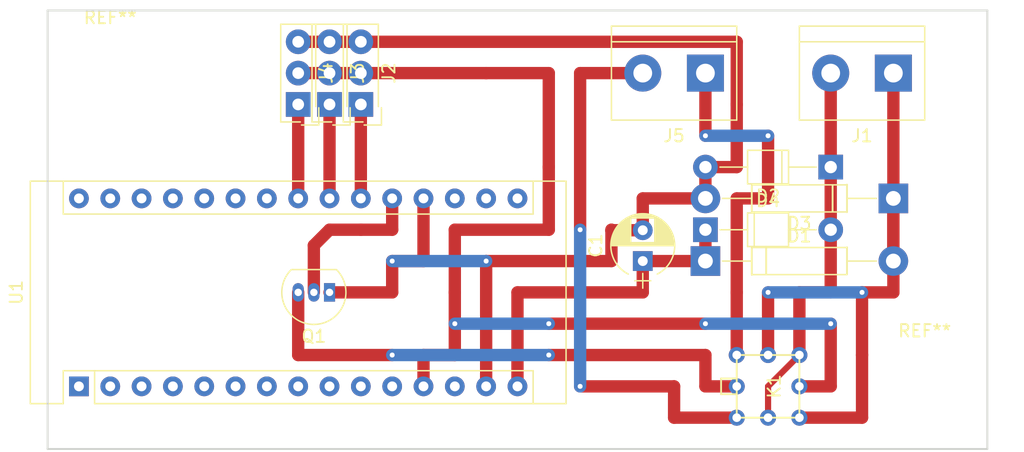
<source format=kicad_pcb>
(kicad_pcb (version 4) (host pcbnew 4.0.7)

  (general
    (links 30)
    (no_connects 0)
    (area 121.844999 73.584999 198.195001 109.295001)
    (thickness 1.6)
    (drawings 4)
    (tracks 100)
    (zones 0)
    (modules 15)
    (nets 35)
  )

  (page A4)
  (title_block
    (title "Pcb Boucle de retournement")
    (date 2018-09-11)
    (rev 1)
    (company VoLAB)
    (comment 1 "Le Petit Train du VoLAB")
  )

  (layers
    (0 F.Cu signal)
    (1 In1.Cu signal)
    (2 In2.Cu signal)
    (31 B.Cu signal)
    (33 F.Adhes user)
    (35 F.Paste user)
    (37 F.SilkS user)
    (39 F.Mask user)
    (40 Dwgs.User user)
    (41 Cmts.User user)
    (42 Eco1.User user)
    (43 Eco2.User user)
    (44 Edge.Cuts user)
    (45 Margin user)
    (47 F.CrtYd user)
    (49 F.Fab user)
  )

  (setup
    (last_trace_width 1)
    (trace_clearance 0.2)
    (zone_clearance 0.508)
    (zone_45_only no)
    (trace_min 0.2)
    (segment_width 0.2)
    (edge_width 0.15)
    (via_size 0.6)
    (via_drill 0.4)
    (via_min_size 0.4)
    (via_min_drill 0.3)
    (uvia_size 0.3)
    (uvia_drill 0.1)
    (uvias_allowed no)
    (uvia_min_size 0.2)
    (uvia_min_drill 0.1)
    (pcb_text_width 0.3)
    (pcb_text_size 1.5 1.5)
    (mod_edge_width 0.15)
    (mod_text_size 1 1)
    (mod_text_width 0.15)
    (pad_size 1.524 1.524)
    (pad_drill 0.762)
    (pad_to_mask_clearance 0.2)
    (aux_axis_origin 0 0)
    (visible_elements 7FFFFFFF)
    (pcbplotparams
      (layerselection 0x00030_80000001)
      (usegerberextensions false)
      (excludeedgelayer true)
      (linewidth 0.100000)
      (plotframeref false)
      (viasonmask false)
      (mode 1)
      (useauxorigin false)
      (hpglpennumber 1)
      (hpglpenspeed 20)
      (hpglpendiameter 15)
      (hpglpenoverlay 2)
      (psnegative false)
      (psa4output false)
      (plotreference true)
      (plotvalue true)
      (plotinvisibletext false)
      (padsonsilk false)
      (subtractmaskfromsilk false)
      (outputformat 1)
      (mirror false)
      (drillshape 1)
      (scaleselection 1)
      (outputdirectory ""))
  )

  (net 0 "")
  (net 1 "Net-(C1-Pad1)")
  (net 2 GND)
  (net 3 /CAPTEUR3)
  (net 4 +5V)
  (net 5 /CAPTEUR2)
  (net 6 /CAPTEUR1)
  (net 7 "Net-(K1-Pad8)")
  (net 8 /CDE_REL)
  (net 9 "Net-(U1-Pad1)")
  (net 10 "Net-(U1-Pad17)")
  (net 11 "Net-(U1-Pad2)")
  (net 12 "Net-(U1-Pad18)")
  (net 13 "Net-(U1-Pad3)")
  (net 14 "Net-(U1-Pad4)")
  (net 15 "Net-(U1-Pad5)")
  (net 16 "Net-(U1-Pad6)")
  (net 17 "Net-(U1-Pad7)")
  (net 18 "Net-(U1-Pad8)")
  (net 19 "Net-(U1-Pad24)")
  (net 20 "Net-(U1-Pad9)")
  (net 21 "Net-(U1-Pad25)")
  (net 22 "Net-(U1-Pad10)")
  (net 23 "Net-(U1-Pad26)")
  (net 24 "Net-(U1-Pad11)")
  (net 25 "Net-(U1-Pad27)")
  (net 26 "Net-(U1-Pad28)")
  (net 27 "Net-(U1-Pad13)")
  (net 28 "Net-(U1-Pad29)")
  (net 29 "Net-(U1-Pad30)")
  (net 30 "Net-(U1-Pad16)")
  (net 31 /RAIL1_MAIN)
  (net 32 /RAIL2_MAIN)
  (net 33 /RAIL1_LOOP)
  (net 34 /RAIL2_LOOP)

  (net_class Default "Ceci est la Netclass par défaut"
    (clearance 0.2)
    (trace_width 1)
    (via_dia 0.6)
    (via_drill 0.4)
    (uvia_dia 0.3)
    (uvia_drill 0.1)
    (add_net +5V)
    (add_net /CAPTEUR1)
    (add_net /CAPTEUR2)
    (add_net /CAPTEUR3)
    (add_net /CDE_REL)
    (add_net /RAIL1_LOOP)
    (add_net /RAIL1_MAIN)
    (add_net /RAIL2_LOOP)
    (add_net GND)
    (add_net "Net-(C1-Pad1)")
    (add_net "Net-(K1-Pad8)")
    (add_net "Net-(U1-Pad1)")
    (add_net "Net-(U1-Pad10)")
    (add_net "Net-(U1-Pad11)")
    (add_net "Net-(U1-Pad13)")
    (add_net "Net-(U1-Pad16)")
    (add_net "Net-(U1-Pad17)")
    (add_net "Net-(U1-Pad18)")
    (add_net "Net-(U1-Pad2)")
    (add_net "Net-(U1-Pad24)")
    (add_net "Net-(U1-Pad25)")
    (add_net "Net-(U1-Pad26)")
    (add_net "Net-(U1-Pad27)")
    (add_net "Net-(U1-Pad28)")
    (add_net "Net-(U1-Pad29)")
    (add_net "Net-(U1-Pad3)")
    (add_net "Net-(U1-Pad30)")
    (add_net "Net-(U1-Pad4)")
    (add_net "Net-(U1-Pad5)")
    (add_net "Net-(U1-Pad6)")
    (add_net "Net-(U1-Pad7)")
    (add_net "Net-(U1-Pad8)")
    (add_net "Net-(U1-Pad9)")
  )

  (net_class zero5 ""
    (clearance 0.2)
    (trace_width 0.5)
    (via_dia 0.6)
    (via_drill 0.4)
    (uvia_dia 0.3)
    (uvia_drill 0.1)
    (add_net /RAIL2_MAIN)
  )

  (module myPcbLib:Arduino_Nano (layer F.Cu) (tedit 58ACAF70) (tstamp 5B8EE4D5)
    (at 124.46 104.14 90)
    (descr "Arduino Nano, http://www.mouser.com/pdfdocs/Gravitech_Arduino_Nano3_0.pdf")
    (tags "Arduino Nano")
    (path /5B8E93BC)
    (fp_text reference U1 (at 7.62 -5.08 90) (layer F.SilkS)
      (effects (font (size 1 1) (thickness 0.15)))
    )
    (fp_text value Arduino_Nano_R3 (at 8.89 19.05 180) (layer F.Fab)
      (effects (font (size 1 1) (thickness 0.15)))
    )
    (fp_text user %R (at 6.35 19.05 180) (layer F.Fab)
      (effects (font (size 1 1) (thickness 0.15)))
    )
    (fp_line (start 1.27 1.27) (end 1.27 -1.27) (layer F.SilkS) (width 0.12))
    (fp_line (start 1.27 -1.27) (end -1.4 -1.27) (layer F.SilkS) (width 0.12))
    (fp_line (start -1.4 1.27) (end -1.4 39.5) (layer F.SilkS) (width 0.12))
    (fp_line (start -1.4 -3.94) (end -1.4 -1.27) (layer F.SilkS) (width 0.12))
    (fp_line (start 13.97 -1.27) (end 16.64 -1.27) (layer F.SilkS) (width 0.12))
    (fp_line (start 13.97 -1.27) (end 13.97 36.83) (layer F.SilkS) (width 0.12))
    (fp_line (start 13.97 36.83) (end 16.64 36.83) (layer F.SilkS) (width 0.12))
    (fp_line (start 1.27 1.27) (end -1.4 1.27) (layer F.SilkS) (width 0.12))
    (fp_line (start 1.27 1.27) (end 1.27 36.83) (layer F.SilkS) (width 0.12))
    (fp_line (start 1.27 36.83) (end -1.4 36.83) (layer F.SilkS) (width 0.12))
    (fp_line (start 3.81 -6.35) (end 11.43 -6.35) (layer F.Fab) (width 0.1))
    (fp_line (start 11.43 -6.35) (end 11.43 3.81) (layer F.Fab) (width 0.1))
    (fp_line (start 11.43 3.81) (end 3.81 3.81) (layer F.Fab) (width 0.1))
    (fp_line (start 3.81 3.81) (end 3.81 -6.35) (layer F.Fab) (width 0.1))
    (fp_line (start -1.4 39.5) (end 16.64 39.5) (layer F.SilkS) (width 0.12))
    (fp_line (start 16.64 39.5) (end 16.64 -3.94) (layer F.SilkS) (width 0.12))
    (fp_line (start 16.64 -3.94) (end -1.4 -3.94) (layer F.SilkS) (width 0.12))
    (fp_line (start 16.51 39.37) (end -1.27 39.37) (layer F.Fab) (width 0.1))
    (fp_line (start -1.27 39.37) (end -1.27 -2.54) (layer F.Fab) (width 0.1))
    (fp_line (start -1.27 -2.54) (end 0 -3.81) (layer F.Fab) (width 0.1))
    (fp_line (start 0 -3.81) (end 16.51 -3.81) (layer F.Fab) (width 0.1))
    (fp_line (start 16.51 -3.81) (end 16.51 39.37) (layer F.Fab) (width 0.1))
    (fp_line (start -1.53 -4.06) (end 16.75 -4.06) (layer F.CrtYd) (width 0.05))
    (fp_line (start -1.53 -4.06) (end -1.53 42.16) (layer F.CrtYd) (width 0.05))
    (fp_line (start 16.75 42.16) (end 16.75 -4.06) (layer F.CrtYd) (width 0.05))
    (fp_line (start 16.75 42.16) (end -1.53 42.16) (layer F.CrtYd) (width 0.05))
    (pad 1 thru_hole rect (at 0 0 90) (size 1.6 1.6) (drill 0.8) (layers *.Cu *.Mask)
      (net 9 "Net-(U1-Pad1)"))
    (pad 17 thru_hole oval (at 15.24 33.02 90) (size 1.6 1.6) (drill 0.8) (layers *.Cu *.Mask)
      (net 10 "Net-(U1-Pad17)"))
    (pad 2 thru_hole oval (at 0 2.54 90) (size 1.6 1.6) (drill 0.8) (layers *.Cu *.Mask)
      (net 11 "Net-(U1-Pad2)"))
    (pad 18 thru_hole oval (at 15.24 30.48 90) (size 1.6 1.6) (drill 0.8) (layers *.Cu *.Mask)
      (net 12 "Net-(U1-Pad18)"))
    (pad 3 thru_hole oval (at 0 5.08 90) (size 1.6 1.6) (drill 0.8) (layers *.Cu *.Mask)
      (net 13 "Net-(U1-Pad3)"))
    (pad 19 thru_hole oval (at 15.24 27.94 90) (size 1.6 1.6) (drill 0.8) (layers *.Cu *.Mask)
      (net 2 GND))
    (pad 4 thru_hole oval (at 0 7.62 90) (size 1.6 1.6) (drill 0.8) (layers *.Cu *.Mask)
      (net 14 "Net-(U1-Pad4)"))
    (pad 20 thru_hole oval (at 15.24 25.4 90) (size 1.6 1.6) (drill 0.8) (layers *.Cu *.Mask)
      (net 8 /CDE_REL))
    (pad 5 thru_hole oval (at 0 10.16 90) (size 1.6 1.6) (drill 0.8) (layers *.Cu *.Mask)
      (net 15 "Net-(U1-Pad5)"))
    (pad 21 thru_hole oval (at 15.24 22.86 90) (size 1.6 1.6) (drill 0.8) (layers *.Cu *.Mask)
      (net 3 /CAPTEUR3))
    (pad 6 thru_hole oval (at 0 12.7 90) (size 1.6 1.6) (drill 0.8) (layers *.Cu *.Mask)
      (net 16 "Net-(U1-Pad6)"))
    (pad 22 thru_hole oval (at 15.24 20.32 90) (size 1.6 1.6) (drill 0.8) (layers *.Cu *.Mask)
      (net 5 /CAPTEUR2))
    (pad 7 thru_hole oval (at 0 15.24 90) (size 1.6 1.6) (drill 0.8) (layers *.Cu *.Mask)
      (net 17 "Net-(U1-Pad7)"))
    (pad 23 thru_hole oval (at 15.24 17.78 90) (size 1.6 1.6) (drill 0.8) (layers *.Cu *.Mask)
      (net 6 /CAPTEUR1))
    (pad 8 thru_hole oval (at 0 17.78 90) (size 1.6 1.6) (drill 0.8) (layers *.Cu *.Mask)
      (net 18 "Net-(U1-Pad8)"))
    (pad 24 thru_hole oval (at 15.24 15.24 90) (size 1.6 1.6) (drill 0.8) (layers *.Cu *.Mask)
      (net 19 "Net-(U1-Pad24)"))
    (pad 9 thru_hole oval (at 0 20.32 90) (size 1.6 1.6) (drill 0.8) (layers *.Cu *.Mask)
      (net 20 "Net-(U1-Pad9)"))
    (pad 25 thru_hole oval (at 15.24 12.7 90) (size 1.6 1.6) (drill 0.8) (layers *.Cu *.Mask)
      (net 21 "Net-(U1-Pad25)"))
    (pad 10 thru_hole oval (at 0 22.86 90) (size 1.6 1.6) (drill 0.8) (layers *.Cu *.Mask)
      (net 22 "Net-(U1-Pad10)"))
    (pad 26 thru_hole oval (at 15.24 10.16 90) (size 1.6 1.6) (drill 0.8) (layers *.Cu *.Mask)
      (net 23 "Net-(U1-Pad26)"))
    (pad 11 thru_hole oval (at 0 25.4 90) (size 1.6 1.6) (drill 0.8) (layers *.Cu *.Mask)
      (net 24 "Net-(U1-Pad11)"))
    (pad 27 thru_hole oval (at 15.24 7.62 90) (size 1.6 1.6) (drill 0.8) (layers *.Cu *.Mask)
      (net 25 "Net-(U1-Pad27)"))
    (pad 12 thru_hole oval (at 0 27.94 90) (size 1.6 1.6) (drill 0.8) (layers *.Cu *.Mask)
      (net 4 +5V))
    (pad 28 thru_hole oval (at 15.24 5.08 90) (size 1.6 1.6) (drill 0.8) (layers *.Cu *.Mask)
      (net 26 "Net-(U1-Pad28)"))
    (pad 13 thru_hole oval (at 0 30.48 90) (size 1.6 1.6) (drill 0.8) (layers *.Cu *.Mask)
      (net 27 "Net-(U1-Pad13)"))
    (pad 29 thru_hole oval (at 15.24 2.54 90) (size 1.6 1.6) (drill 0.8) (layers *.Cu *.Mask)
      (net 28 "Net-(U1-Pad29)"))
    (pad 14 thru_hole oval (at 0 33.02 90) (size 1.6 1.6) (drill 0.8) (layers *.Cu *.Mask)
      (net 2 GND))
    (pad 30 thru_hole oval (at 15.24 0 90) (size 1.6 1.6) (drill 0.8) (layers *.Cu *.Mask)
      (net 29 "Net-(U1-Pad30)"))
    (pad 15 thru_hole oval (at 0 35.56 90) (size 1.6 1.6) (drill 0.8) (layers *.Cu *.Mask)
      (net 1 "Net-(C1-Pad1)"))
    (pad 16 thru_hole oval (at 15.24 35.56 90) (size 1.6 1.6) (drill 0.8) (layers *.Cu *.Mask)
      (net 30 "Net-(U1-Pad16)"))
  )

  (module Diodes_THT:D_T-1_P10.16mm_Horizontal (layer F.Cu) (tedit 5921392F) (tstamp 5B8EE479)
    (at 185.42 86.36 180)
    (descr "D, T-1 series, Axial, Horizontal, pin pitch=10.16mm, , length*diameter=3.2*2.6mm^2, , http://www.diodes.com/_files/packages/T-1.pdf")
    (tags "D T-1 series Axial Horizontal pin pitch 10.16mm  length 3.2mm diameter 2.6mm")
    (path /5B8E9636)
    (fp_text reference D2 (at 5.08 -2.36 180) (layer F.SilkS)
      (effects (font (size 1 1) (thickness 0.15)))
    )
    (fp_text value D (at 5.08 2.36 180) (layer F.Fab)
      (effects (font (size 1 1) (thickness 0.15)))
    )
    (fp_text user %R (at 5.08 0 180) (layer F.Fab)
      (effects (font (size 1 1) (thickness 0.15)))
    )
    (fp_line (start 3.48 -1.3) (end 3.48 1.3) (layer F.Fab) (width 0.1))
    (fp_line (start 3.48 1.3) (end 6.68 1.3) (layer F.Fab) (width 0.1))
    (fp_line (start 6.68 1.3) (end 6.68 -1.3) (layer F.Fab) (width 0.1))
    (fp_line (start 6.68 -1.3) (end 3.48 -1.3) (layer F.Fab) (width 0.1))
    (fp_line (start 0 0) (end 3.48 0) (layer F.Fab) (width 0.1))
    (fp_line (start 10.16 0) (end 6.68 0) (layer F.Fab) (width 0.1))
    (fp_line (start 3.96 -1.3) (end 3.96 1.3) (layer F.Fab) (width 0.1))
    (fp_line (start 3.42 -1.36) (end 3.42 1.36) (layer F.SilkS) (width 0.12))
    (fp_line (start 3.42 1.36) (end 6.74 1.36) (layer F.SilkS) (width 0.12))
    (fp_line (start 6.74 1.36) (end 6.74 -1.36) (layer F.SilkS) (width 0.12))
    (fp_line (start 6.74 -1.36) (end 3.42 -1.36) (layer F.SilkS) (width 0.12))
    (fp_line (start 1.18 0) (end 3.42 0) (layer F.SilkS) (width 0.12))
    (fp_line (start 8.98 0) (end 6.74 0) (layer F.SilkS) (width 0.12))
    (fp_line (start 3.96 -1.36) (end 3.96 1.36) (layer F.SilkS) (width 0.12))
    (fp_line (start -1.25 -1.65) (end -1.25 1.65) (layer F.CrtYd) (width 0.05))
    (fp_line (start -1.25 1.65) (end 11.45 1.65) (layer F.CrtYd) (width 0.05))
    (fp_line (start 11.45 1.65) (end 11.45 -1.65) (layer F.CrtYd) (width 0.05))
    (fp_line (start 11.45 -1.65) (end -1.25 -1.65) (layer F.CrtYd) (width 0.05))
    (pad 1 thru_hole rect (at 0 0 180) (size 2 2) (drill 1) (layers *.Cu *.Mask)
      (net 32 /RAIL2_MAIN))
    (pad 2 thru_hole oval (at 10.16 0 180) (size 2 2) (drill 1) (layers *.Cu *.Mask)
      (net 2 GND))
    (model ${KISYS3DMOD}/Diodes_THT.3dshapes/D_T-1_P10.16mm_Horizontal.wrl
      (at (xyz 0 0 0))
      (scale (xyz 0.393701 0.393701 0.393701))
      (rotate (xyz 0 0 0))
    )
  )

  (module Diodes_THT:D_T-1_P10.16mm_Horizontal (layer F.Cu) (tedit 5921392F) (tstamp 5B8EE485)
    (at 175.26 91.44)
    (descr "D, T-1 series, Axial, Horizontal, pin pitch=10.16mm, , length*diameter=3.2*2.6mm^2, , http://www.diodes.com/_files/packages/T-1.pdf")
    (tags "D T-1 series Axial Horizontal pin pitch 10.16mm  length 3.2mm diameter 2.6mm")
    (path /5B8E96CB)
    (fp_text reference D4 (at 5.08 -2.36) (layer F.SilkS)
      (effects (font (size 1 1) (thickness 0.15)))
    )
    (fp_text value D (at 5.08 2.36) (layer F.Fab)
      (effects (font (size 1 1) (thickness 0.15)))
    )
    (fp_text user %R (at 5.08 0) (layer F.Fab)
      (effects (font (size 1 1) (thickness 0.15)))
    )
    (fp_line (start 3.48 -1.3) (end 3.48 1.3) (layer F.Fab) (width 0.1))
    (fp_line (start 3.48 1.3) (end 6.68 1.3) (layer F.Fab) (width 0.1))
    (fp_line (start 6.68 1.3) (end 6.68 -1.3) (layer F.Fab) (width 0.1))
    (fp_line (start 6.68 -1.3) (end 3.48 -1.3) (layer F.Fab) (width 0.1))
    (fp_line (start 0 0) (end 3.48 0) (layer F.Fab) (width 0.1))
    (fp_line (start 10.16 0) (end 6.68 0) (layer F.Fab) (width 0.1))
    (fp_line (start 3.96 -1.3) (end 3.96 1.3) (layer F.Fab) (width 0.1))
    (fp_line (start 3.42 -1.36) (end 3.42 1.36) (layer F.SilkS) (width 0.12))
    (fp_line (start 3.42 1.36) (end 6.74 1.36) (layer F.SilkS) (width 0.12))
    (fp_line (start 6.74 1.36) (end 6.74 -1.36) (layer F.SilkS) (width 0.12))
    (fp_line (start 6.74 -1.36) (end 3.42 -1.36) (layer F.SilkS) (width 0.12))
    (fp_line (start 1.18 0) (end 3.42 0) (layer F.SilkS) (width 0.12))
    (fp_line (start 8.98 0) (end 6.74 0) (layer F.SilkS) (width 0.12))
    (fp_line (start 3.96 -1.36) (end 3.96 1.36) (layer F.SilkS) (width 0.12))
    (fp_line (start -1.25 -1.65) (end -1.25 1.65) (layer F.CrtYd) (width 0.05))
    (fp_line (start -1.25 1.65) (end 11.45 1.65) (layer F.CrtYd) (width 0.05))
    (fp_line (start 11.45 1.65) (end 11.45 -1.65) (layer F.CrtYd) (width 0.05))
    (fp_line (start 11.45 -1.65) (end -1.25 -1.65) (layer F.CrtYd) (width 0.05))
    (pad 1 thru_hole rect (at 0 0) (size 2 2) (drill 1) (layers *.Cu *.Mask)
      (net 1 "Net-(C1-Pad1)"))
    (pad 2 thru_hole oval (at 10.16 0) (size 2 2) (drill 1) (layers *.Cu *.Mask)
      (net 32 /RAIL2_MAIN))
    (model ${KISYS3DMOD}/Diodes_THT.3dshapes/D_T-1_P10.16mm_Horizontal.wrl
      (at (xyz 0 0 0))
      (scale (xyz 0.393701 0.393701 0.393701))
      (rotate (xyz 0 0 0))
    )
  )

  (module Connect:bornier2 (layer F.Cu) (tedit 587FD522) (tstamp 5B8EE48B)
    (at 190.5 78.74 180)
    (descr "Bornier d'alimentation 2 pins")
    (tags DEV)
    (path /5B8E94B0)
    (fp_text reference J1 (at 2.54 -5.08 180) (layer F.SilkS)
      (effects (font (size 1 1) (thickness 0.15)))
    )
    (fp_text value Conn_01x02 (at 2.54 5.08 180) (layer F.Fab)
      (effects (font (size 1 1) (thickness 0.15)))
    )
    (fp_line (start -2.41 2.55) (end 7.49 2.55) (layer F.Fab) (width 0.1))
    (fp_line (start -2.46 -3.75) (end -2.46 3.75) (layer F.Fab) (width 0.1))
    (fp_line (start -2.46 3.75) (end 7.54 3.75) (layer F.Fab) (width 0.1))
    (fp_line (start 7.54 3.75) (end 7.54 -3.75) (layer F.Fab) (width 0.1))
    (fp_line (start 7.54 -3.75) (end -2.46 -3.75) (layer F.Fab) (width 0.1))
    (fp_line (start 7.62 2.54) (end -2.54 2.54) (layer F.SilkS) (width 0.12))
    (fp_line (start 7.62 3.81) (end 7.62 -3.81) (layer F.SilkS) (width 0.12))
    (fp_line (start 7.62 -3.81) (end -2.54 -3.81) (layer F.SilkS) (width 0.12))
    (fp_line (start -2.54 -3.81) (end -2.54 3.81) (layer F.SilkS) (width 0.12))
    (fp_line (start -2.54 3.81) (end 7.62 3.81) (layer F.SilkS) (width 0.12))
    (fp_line (start -2.71 -4) (end 7.79 -4) (layer F.CrtYd) (width 0.05))
    (fp_line (start -2.71 -4) (end -2.71 4) (layer F.CrtYd) (width 0.05))
    (fp_line (start 7.79 4) (end 7.79 -4) (layer F.CrtYd) (width 0.05))
    (fp_line (start 7.79 4) (end -2.71 4) (layer F.CrtYd) (width 0.05))
    (pad 1 thru_hole rect (at 0 0 180) (size 3 3) (drill 1.52) (layers *.Cu *.Mask)
      (net 31 /RAIL1_MAIN))
    (pad 2 thru_hole circle (at 5.08 0 180) (size 3 3) (drill 1.52) (layers *.Cu *.Mask)
      (net 32 /RAIL2_MAIN))
    (model ${KISYS3DMOD}/Connectors.3dshapes/bornier2.wrl
      (at (xyz 0 0 0))
      (scale (xyz 1 1 1))
      (rotate (xyz 0 0 0))
    )
  )

  (module Connectors_Samtec:SL-103-X-XX_1x03 (layer F.Cu) (tedit 590274D5) (tstamp 5B8EE492)
    (at 147.32 81.28 180)
    (descr "Low profile, screw machine socket strip, through hole, 100mil / 2.54mm pitch")
    (tags "samtec socket strip tht single")
    (path /5B8E99BA)
    (fp_text reference J2 (at -2.27 2.54 270) (layer F.SilkS)
      (effects (font (size 1 1) (thickness 0.15)))
    )
    (fp_text value Conn_01x03 (at 2.27 2.54 270) (layer F.Fab)
      (effects (font (size 1 1) (thickness 0.15)))
    )
    (fp_line (start -0.17 -1.42) (end 1.42 -1.42) (layer F.SilkS) (width 0.12))
    (fp_line (start 1.42 -1.42) (end 1.42 6.5) (layer F.SilkS) (width 0.12))
    (fp_line (start 1.42 6.5) (end -1.42 6.5) (layer F.SilkS) (width 0.12))
    (fp_line (start -1.42 6.5) (end -1.42 -0.17) (layer F.SilkS) (width 0.12))
    (fp_line (start -0.27 -1.67) (end -1.67 -1.67) (layer F.SilkS) (width 0.12))
    (fp_line (start -1.67 -1.67) (end -1.67 -0.27) (layer F.SilkS) (width 0.12))
    (fp_line (start -0.27 -1.67) (end -1.67 -1.67) (layer F.Fab) (width 0.1))
    (fp_line (start -1.67 -1.67) (end -1.67 -0.27) (layer F.Fab) (width 0.1))
    (fp_line (start -1.27 -1.27) (end -1.27 6.35) (layer F.Fab) (width 0.1))
    (fp_line (start -1.27 6.35) (end 1.27 6.35) (layer F.Fab) (width 0.1))
    (fp_line (start 1.27 6.35) (end 1.27 -1.27) (layer F.Fab) (width 0.1))
    (fp_line (start 1.27 -1.27) (end -1.27 -1.27) (layer F.Fab) (width 0.1))
    (fp_line (start -1.77 -1.77) (end -1.77 6.85) (layer F.CrtYd) (width 0.05))
    (fp_line (start -1.77 6.85) (end 1.77 6.85) (layer F.CrtYd) (width 0.05))
    (fp_line (start 1.77 6.85) (end 1.77 -1.77) (layer F.CrtYd) (width 0.05))
    (fp_line (start 1.77 -1.77) (end -1.77 -1.77) (layer F.CrtYd) (width 0.05))
    (fp_line (start -1.27 1.27) (end -1.07 1.27) (layer F.Fab) (width 0.1))
    (fp_line (start 1.27 1.27) (end 1.07 1.27) (layer F.Fab) (width 0.1))
    (fp_line (start -1.27 3.81) (end -1.07 3.81) (layer F.Fab) (width 0.1))
    (fp_line (start 1.27 3.81) (end 1.07 3.81) (layer F.Fab) (width 0.1))
    (fp_line (start -1.27 6.35) (end -1.07 6.35) (layer F.Fab) (width 0.1))
    (fp_line (start 1.27 6.35) (end 1.07 6.35) (layer F.Fab) (width 0.1))
    (fp_text user %R (at 0 2.54 270) (layer F.Fab)
      (effects (font (size 1 1) (thickness 0.15)))
    )
    (pad 1 thru_hole rect (at 0 0 180) (size 2 2) (drill 0.95) (layers *.Cu *.Mask)
      (net 3 /CAPTEUR3))
    (pad 2 thru_hole circle (at 0 2.54 180) (size 2 2) (drill 0.95) (layers *.Cu *.Mask)
      (net 4 +5V))
    (pad 3 thru_hole circle (at 0 5.08 180) (size 2 2) (drill 0.95) (layers *.Cu *.Mask)
      (net 2 GND))
    (model ${KISYS3DMOD}/Connectors_Samtec.3dshapes/SL-103-X-XX_1x03.wrl
      (at (xyz 0 0 0))
      (scale (xyz 1 1 1))
      (rotate (xyz 0 0 0))
    )
  )

  (module Connectors_Samtec:SL-103-X-XX_1x03 (layer F.Cu) (tedit 590274D5) (tstamp 5B8EE499)
    (at 144.78 81.28 180)
    (descr "Low profile, screw machine socket strip, through hole, 100mil / 2.54mm pitch")
    (tags "samtec socket strip tht single")
    (path /5B8E9A23)
    (fp_text reference J3 (at -2.27 2.54 270) (layer F.SilkS)
      (effects (font (size 1 1) (thickness 0.15)))
    )
    (fp_text value Conn_01x03 (at 2.27 2.54 270) (layer F.Fab)
      (effects (font (size 1 1) (thickness 0.15)))
    )
    (fp_line (start -0.17 -1.42) (end 1.42 -1.42) (layer F.SilkS) (width 0.12))
    (fp_line (start 1.42 -1.42) (end 1.42 6.5) (layer F.SilkS) (width 0.12))
    (fp_line (start 1.42 6.5) (end -1.42 6.5) (layer F.SilkS) (width 0.12))
    (fp_line (start -1.42 6.5) (end -1.42 -0.17) (layer F.SilkS) (width 0.12))
    (fp_line (start -0.27 -1.67) (end -1.67 -1.67) (layer F.SilkS) (width 0.12))
    (fp_line (start -1.67 -1.67) (end -1.67 -0.27) (layer F.SilkS) (width 0.12))
    (fp_line (start -0.27 -1.67) (end -1.67 -1.67) (layer F.Fab) (width 0.1))
    (fp_line (start -1.67 -1.67) (end -1.67 -0.27) (layer F.Fab) (width 0.1))
    (fp_line (start -1.27 -1.27) (end -1.27 6.35) (layer F.Fab) (width 0.1))
    (fp_line (start -1.27 6.35) (end 1.27 6.35) (layer F.Fab) (width 0.1))
    (fp_line (start 1.27 6.35) (end 1.27 -1.27) (layer F.Fab) (width 0.1))
    (fp_line (start 1.27 -1.27) (end -1.27 -1.27) (layer F.Fab) (width 0.1))
    (fp_line (start -1.77 -1.77) (end -1.77 6.85) (layer F.CrtYd) (width 0.05))
    (fp_line (start -1.77 6.85) (end 1.77 6.85) (layer F.CrtYd) (width 0.05))
    (fp_line (start 1.77 6.85) (end 1.77 -1.77) (layer F.CrtYd) (width 0.05))
    (fp_line (start 1.77 -1.77) (end -1.77 -1.77) (layer F.CrtYd) (width 0.05))
    (fp_line (start -1.27 1.27) (end -1.07 1.27) (layer F.Fab) (width 0.1))
    (fp_line (start 1.27 1.27) (end 1.07 1.27) (layer F.Fab) (width 0.1))
    (fp_line (start -1.27 3.81) (end -1.07 3.81) (layer F.Fab) (width 0.1))
    (fp_line (start 1.27 3.81) (end 1.07 3.81) (layer F.Fab) (width 0.1))
    (fp_line (start -1.27 6.35) (end -1.07 6.35) (layer F.Fab) (width 0.1))
    (fp_line (start 1.27 6.35) (end 1.07 6.35) (layer F.Fab) (width 0.1))
    (fp_text user %R (at 0 2.54 270) (layer F.Fab)
      (effects (font (size 1 1) (thickness 0.15)))
    )
    (pad 1 thru_hole rect (at 0 0 180) (size 2 2) (drill 0.95) (layers *.Cu *.Mask)
      (net 5 /CAPTEUR2))
    (pad 2 thru_hole circle (at 0 2.54 180) (size 2 2) (drill 0.95) (layers *.Cu *.Mask)
      (net 4 +5V))
    (pad 3 thru_hole circle (at 0 5.08 180) (size 2 2) (drill 0.95) (layers *.Cu *.Mask)
      (net 2 GND))
    (model ${KISYS3DMOD}/Connectors_Samtec.3dshapes/SL-103-X-XX_1x03.wrl
      (at (xyz 0 0 0))
      (scale (xyz 1 1 1))
      (rotate (xyz 0 0 0))
    )
  )

  (module Connectors_Samtec:SL-103-X-XX_1x03 (layer F.Cu) (tedit 590274D5) (tstamp 5B8EE4A0)
    (at 142.24 81.28 180)
    (descr "Low profile, screw machine socket strip, through hole, 100mil / 2.54mm pitch")
    (tags "samtec socket strip tht single")
    (path /5B8E9A69)
    (fp_text reference J4 (at -2.27 2.54 270) (layer F.SilkS)
      (effects (font (size 1 1) (thickness 0.15)))
    )
    (fp_text value Conn_01x03 (at 2.27 2.54 270) (layer F.Fab)
      (effects (font (size 1 1) (thickness 0.15)))
    )
    (fp_line (start -0.17 -1.42) (end 1.42 -1.42) (layer F.SilkS) (width 0.12))
    (fp_line (start 1.42 -1.42) (end 1.42 6.5) (layer F.SilkS) (width 0.12))
    (fp_line (start 1.42 6.5) (end -1.42 6.5) (layer F.SilkS) (width 0.12))
    (fp_line (start -1.42 6.5) (end -1.42 -0.17) (layer F.SilkS) (width 0.12))
    (fp_line (start -0.27 -1.67) (end -1.67 -1.67) (layer F.SilkS) (width 0.12))
    (fp_line (start -1.67 -1.67) (end -1.67 -0.27) (layer F.SilkS) (width 0.12))
    (fp_line (start -0.27 -1.67) (end -1.67 -1.67) (layer F.Fab) (width 0.1))
    (fp_line (start -1.67 -1.67) (end -1.67 -0.27) (layer F.Fab) (width 0.1))
    (fp_line (start -1.27 -1.27) (end -1.27 6.35) (layer F.Fab) (width 0.1))
    (fp_line (start -1.27 6.35) (end 1.27 6.35) (layer F.Fab) (width 0.1))
    (fp_line (start 1.27 6.35) (end 1.27 -1.27) (layer F.Fab) (width 0.1))
    (fp_line (start 1.27 -1.27) (end -1.27 -1.27) (layer F.Fab) (width 0.1))
    (fp_line (start -1.77 -1.77) (end -1.77 6.85) (layer F.CrtYd) (width 0.05))
    (fp_line (start -1.77 6.85) (end 1.77 6.85) (layer F.CrtYd) (width 0.05))
    (fp_line (start 1.77 6.85) (end 1.77 -1.77) (layer F.CrtYd) (width 0.05))
    (fp_line (start 1.77 -1.77) (end -1.77 -1.77) (layer F.CrtYd) (width 0.05))
    (fp_line (start -1.27 1.27) (end -1.07 1.27) (layer F.Fab) (width 0.1))
    (fp_line (start 1.27 1.27) (end 1.07 1.27) (layer F.Fab) (width 0.1))
    (fp_line (start -1.27 3.81) (end -1.07 3.81) (layer F.Fab) (width 0.1))
    (fp_line (start 1.27 3.81) (end 1.07 3.81) (layer F.Fab) (width 0.1))
    (fp_line (start -1.27 6.35) (end -1.07 6.35) (layer F.Fab) (width 0.1))
    (fp_line (start 1.27 6.35) (end 1.07 6.35) (layer F.Fab) (width 0.1))
    (fp_text user %R (at 0 2.54 270) (layer F.Fab)
      (effects (font (size 1 1) (thickness 0.15)))
    )
    (pad 1 thru_hole rect (at 0 0 180) (size 2 2) (drill 0.95) (layers *.Cu *.Mask)
      (net 6 /CAPTEUR1))
    (pad 2 thru_hole circle (at 0 2.54 180) (size 2 2) (drill 0.95) (layers *.Cu *.Mask)
      (net 4 +5V))
    (pad 3 thru_hole circle (at 0 5.08 180) (size 2 2) (drill 0.95) (layers *.Cu *.Mask)
      (net 2 GND))
    (model ${KISYS3DMOD}/Connectors_Samtec.3dshapes/SL-103-X-XX_1x03.wrl
      (at (xyz 0 0 0))
      (scale (xyz 1 1 1))
      (rotate (xyz 0 0 0))
    )
  )

  (module TO_SOT_Packages_THT:TO-92_Inline_Narrow_Oval (layer F.Cu) (tedit 58CE52AF) (tstamp 5B8EE4B3)
    (at 144.78 96.52 180)
    (descr "TO-92 leads in-line, narrow, oval pads, drill 0.6mm (see NXP sot054_po.pdf)")
    (tags "to-92 sc-43 sc-43a sot54 PA33 transistor")
    (path /5B8EAB9A)
    (fp_text reference Q1 (at 1.27 -3.56 180) (layer F.SilkS)
      (effects (font (size 1 1) (thickness 0.15)))
    )
    (fp_text value 2N7000 (at 1.27 2.79 180) (layer F.Fab)
      (effects (font (size 1 1) (thickness 0.15)))
    )
    (fp_text user %R (at 1.27 -3.56 180) (layer F.Fab)
      (effects (font (size 1 1) (thickness 0.15)))
    )
    (fp_line (start -0.53 1.85) (end 3.07 1.85) (layer F.SilkS) (width 0.12))
    (fp_line (start -0.5 1.75) (end 3 1.75) (layer F.Fab) (width 0.1))
    (fp_line (start -1.46 -2.73) (end 4 -2.73) (layer F.CrtYd) (width 0.05))
    (fp_line (start -1.46 -2.73) (end -1.46 2.01) (layer F.CrtYd) (width 0.05))
    (fp_line (start 4 2.01) (end 4 -2.73) (layer F.CrtYd) (width 0.05))
    (fp_line (start 4 2.01) (end -1.46 2.01) (layer F.CrtYd) (width 0.05))
    (fp_arc (start 1.27 0) (end 1.27 -2.48) (angle 135) (layer F.Fab) (width 0.1))
    (fp_arc (start 1.27 0) (end 1.27 -2.6) (angle -135) (layer F.SilkS) (width 0.12))
    (fp_arc (start 1.27 0) (end 1.27 -2.48) (angle -135) (layer F.Fab) (width 0.1))
    (fp_arc (start 1.27 0) (end 1.27 -2.6) (angle 135) (layer F.SilkS) (width 0.12))
    (pad 2 thru_hole oval (at 1.27 0) (size 0.9 1.5) (drill 0.6) (layers *.Cu *.Mask)
      (net 8 /CDE_REL))
    (pad 3 thru_hole oval (at 2.54 0) (size 0.9 1.5) (drill 0.6) (layers *.Cu *.Mask)
      (net 7 "Net-(K1-Pad8)"))
    (pad 1 thru_hole rect (at 0 0) (size 0.9 1.5) (drill 0.6) (layers *.Cu *.Mask)
      (net 2 GND))
    (model ${KISYS3DMOD}/TO_SOT_Packages_THT.3dshapes/TO-92_Inline_Narrow_Oval.wrl
      (at (xyz 0.05 0 0))
      (scale (xyz 1 1 1))
      (rotate (xyz 0 0 -90))
    )
  )

  (module Mounting_Holes:MountingHole_3.5mm (layer F.Cu) (tedit 56D1B4CB) (tstamp 5B8EE5C7)
    (at 193.04 104.14)
    (descr "Mounting Hole 3.5mm, no annular")
    (tags "mounting hole 3.5mm no annular")
    (fp_text reference REF** (at 0 -4.5) (layer F.SilkS)
      (effects (font (size 1 1) (thickness 0.15)))
    )
    (fp_text value MountingHole_3.5mm (at 0 4.5) (layer F.Fab)
      (effects (font (size 1 1) (thickness 0.15)))
    )
    (fp_circle (center 0 0) (end 3.5 0) (layer Cmts.User) (width 0.15))
    (fp_circle (center 0 0) (end 3.75 0) (layer F.CrtYd) (width 0.05))
    (pad 1 np_thru_hole circle (at 0 0) (size 3.5 3.5) (drill 3.5) (layers *.Cu *.Mask))
  )

  (module Mounting_Holes:MountingHole_3.5mm (layer F.Cu) (tedit 56D1B4CB) (tstamp 5B8EE5C8)
    (at 127 78.74)
    (descr "Mounting Hole 3.5mm, no annular")
    (tags "mounting hole 3.5mm no annular")
    (fp_text reference REF** (at 0 -4.5) (layer F.SilkS)
      (effects (font (size 1 1) (thickness 0.15)))
    )
    (fp_text value MountingHole_3.5mm (at 0 4.5) (layer F.Fab)
      (effects (font (size 1 1) (thickness 0.15)))
    )
    (fp_circle (center 0 0) (end 3.5 0) (layer Cmts.User) (width 0.15))
    (fp_circle (center 0 0) (end 3.75 0) (layer F.CrtYd) (width 0.05))
    (pad 1 np_thru_hole circle (at 0 0) (size 3.5 3.5) (drill 3.5) (layers *.Cu *.Mask))
  )

  (module Connect:bornier2 (layer F.Cu) (tedit 587FD522) (tstamp 5B8F93B7)
    (at 175.26 78.74 180)
    (descr "Bornier d'alimentation 2 pins")
    (tags DEV)
    (path /5B8F8B6C)
    (fp_text reference J5 (at 2.54 -5.08 180) (layer F.SilkS)
      (effects (font (size 1 1) (thickness 0.15)))
    )
    (fp_text value Conn_01x02 (at 2.54 5.08 180) (layer F.Fab)
      (effects (font (size 1 1) (thickness 0.15)))
    )
    (fp_line (start -2.41 2.55) (end 7.49 2.55) (layer F.Fab) (width 0.1))
    (fp_line (start -2.46 -3.75) (end -2.46 3.75) (layer F.Fab) (width 0.1))
    (fp_line (start -2.46 3.75) (end 7.54 3.75) (layer F.Fab) (width 0.1))
    (fp_line (start 7.54 3.75) (end 7.54 -3.75) (layer F.Fab) (width 0.1))
    (fp_line (start 7.54 -3.75) (end -2.46 -3.75) (layer F.Fab) (width 0.1))
    (fp_line (start 7.62 2.54) (end -2.54 2.54) (layer F.SilkS) (width 0.12))
    (fp_line (start 7.62 3.81) (end 7.62 -3.81) (layer F.SilkS) (width 0.12))
    (fp_line (start 7.62 -3.81) (end -2.54 -3.81) (layer F.SilkS) (width 0.12))
    (fp_line (start -2.54 -3.81) (end -2.54 3.81) (layer F.SilkS) (width 0.12))
    (fp_line (start -2.54 3.81) (end 7.62 3.81) (layer F.SilkS) (width 0.12))
    (fp_line (start -2.71 -4) (end 7.79 -4) (layer F.CrtYd) (width 0.05))
    (fp_line (start -2.71 -4) (end -2.71 4) (layer F.CrtYd) (width 0.05))
    (fp_line (start 7.79 4) (end 7.79 -4) (layer F.CrtYd) (width 0.05))
    (fp_line (start 7.79 4) (end -2.71 4) (layer F.CrtYd) (width 0.05))
    (pad 1 thru_hole rect (at 0 0 180) (size 3 3) (drill 1.52) (layers *.Cu *.Mask)
      (net 33 /RAIL1_LOOP))
    (pad 2 thru_hole circle (at 5.08 0 180) (size 3 3) (drill 1.52) (layers *.Cu *.Mask)
      (net 34 /RAIL2_LOOP))
    (model ${KISYS3DMOD}/Connectors.3dshapes/bornier2.wrl
      (at (xyz 0 0 0))
      (scale (xyz 1 1 1))
      (rotate (xyz 0 0 0))
    )
  )

  (module myPcbLib:1N4004_P15.24mm_Horizontal (layer F.Cu) (tedit 5B8FA1C4) (tstamp 5B8FA1DA)
    (at 190.5 88.9 180)
    (descr "D, DO-15 series, Axial, Horizontal, pin pitch=15.24mm, , length*diameter=7.6*3.6mm^2, , http://www.diodes.com/_files/packages/DO-15.pdf")
    (tags "D DO-15 series Axial Horizontal pin pitch 15.24mm  length 7.6mm diameter 3.6mm")
    (path /5B8E9674)
    (fp_text reference D3 (at 7.62 -2.032 180) (layer F.SilkS)
      (effects (font (size 1 1) (thickness 0.15)))
    )
    (fp_text value D (at 7.62 2.032 180) (layer F.Fab)
      (effects (font (size 1 1) (thickness 0.15)))
    )
    (fp_line (start 4.9276 -1.0668) (end 4.9276 1.0668) (layer F.SilkS) (width 0.15))
    (fp_line (start 3.7592 -1.1176) (end 3.7592 1.1176) (layer F.SilkS) (width 0.15))
    (fp_line (start 11.4808 -1.1176) (end 11.4808 1.0668) (layer F.SilkS) (width 0.15))
    (fp_line (start -1.27 -1.27) (end 16.256 -1.27) (layer F.CrtYd) (width 0.05))
    (fp_line (start 16.256 -1.27) (end 16.256 1.27) (layer F.CrtYd) (width 0.05))
    (fp_line (start 16.256 1.27) (end -1.27 1.27) (layer F.CrtYd) (width 0.05))
    (fp_line (start -1.27 1.27) (end -1.27 -1.27) (layer F.CrtYd) (width 0.05))
    (fp_line (start 4.826 -1.016) (end 4.826 1.016) (layer F.Fab) (width 0.15))
    (fp_line (start 11.43 -1.016) (end 11.43 1.016) (layer F.Fab) (width 0.15))
    (fp_line (start 3.81 -1.016) (end 3.81 1.016) (layer F.Fab) (width 0.15))
    (fp_text user %R (at 7.62 0 180) (layer F.Fab)
      (effects (font (size 1 1) (thickness 0.15)))
    )
    (fp_line (start 3.82 1.038) (end 11.42 1.038) (layer F.Fab) (width 0.1))
    (fp_line (start 11.42 -1.038) (end 3.82 -1.038) (layer F.Fab) (width 0.1))
    (fp_line (start 0 0) (end 3.82 0) (layer F.Fab) (width 0.1))
    (fp_line (start 15.24 0) (end 11.42 0) (layer F.Fab) (width 0.1))
    (fp_line (start 3.76 1.098) (end 11.48 1.098) (layer F.SilkS) (width 0.12))
    (fp_line (start 11.48 -1.098) (end 3.76 -1.098) (layer F.SilkS) (width 0.12))
    (fp_line (start 1.38 0) (end 3.76 0) (layer F.SilkS) (width 0.12))
    (fp_line (start 13.86 0) (end 11.48 0) (layer F.SilkS) (width 0.12))
    (pad 1 thru_hole rect (at 0 0 180) (size 2.4 2.4) (drill 1.2) (layers *.Cu *.Mask)
      (net 31 /RAIL1_MAIN))
    (pad 2 thru_hole oval (at 15.24 0 180) (size 2.4 2.4) (drill 1.2) (layers *.Cu *.Mask)
      (net 2 GND))
    (model ${KISYS3DMOD}/Diodes_THT.3dshapes/D_DO-15_P15.24mm_Horizontal.wrl
      (at (xyz 0 0 0))
      (scale (xyz 0.393701 0.393701 0.393701))
      (rotate (xyz 0 0 0))
    )
  )

  (module myPcbLib:1N4004_P15.24mm_Horizontal (layer F.Cu) (tedit 5B8FA1C4) (tstamp 5B8FA1CE)
    (at 175.26 93.98)
    (descr "D, DO-15 series, Axial, Horizontal, pin pitch=15.24mm, , length*diameter=7.6*3.6mm^2, , http://www.diodes.com/_files/packages/DO-15.pdf")
    (tags "D DO-15 series Axial Horizontal pin pitch 15.24mm  length 7.6mm diameter 3.6mm")
    (path /5B8E95B7)
    (fp_text reference D1 (at 7.62 -2.032) (layer F.SilkS)
      (effects (font (size 1 1) (thickness 0.15)))
    )
    (fp_text value D (at 7.62 2.032) (layer F.Fab)
      (effects (font (size 1 1) (thickness 0.15)))
    )
    (fp_line (start 4.9276 -1.0668) (end 4.9276 1.0668) (layer F.SilkS) (width 0.15))
    (fp_line (start 3.7592 -1.1176) (end 3.7592 1.1176) (layer F.SilkS) (width 0.15))
    (fp_line (start 11.4808 -1.1176) (end 11.4808 1.0668) (layer F.SilkS) (width 0.15))
    (fp_line (start -1.27 -1.27) (end 16.256 -1.27) (layer F.CrtYd) (width 0.05))
    (fp_line (start 16.256 -1.27) (end 16.256 1.27) (layer F.CrtYd) (width 0.05))
    (fp_line (start 16.256 1.27) (end -1.27 1.27) (layer F.CrtYd) (width 0.05))
    (fp_line (start -1.27 1.27) (end -1.27 -1.27) (layer F.CrtYd) (width 0.05))
    (fp_line (start 4.826 -1.016) (end 4.826 1.016) (layer F.Fab) (width 0.15))
    (fp_line (start 11.43 -1.016) (end 11.43 1.016) (layer F.Fab) (width 0.15))
    (fp_line (start 3.81 -1.016) (end 3.81 1.016) (layer F.Fab) (width 0.15))
    (fp_text user %R (at 7.62 0) (layer F.Fab)
      (effects (font (size 1 1) (thickness 0.15)))
    )
    (fp_line (start 3.82 1.038) (end 11.42 1.038) (layer F.Fab) (width 0.1))
    (fp_line (start 11.42 -1.038) (end 3.82 -1.038) (layer F.Fab) (width 0.1))
    (fp_line (start 0 0) (end 3.82 0) (layer F.Fab) (width 0.1))
    (fp_line (start 15.24 0) (end 11.42 0) (layer F.Fab) (width 0.1))
    (fp_line (start 3.76 1.098) (end 11.48 1.098) (layer F.SilkS) (width 0.12))
    (fp_line (start 11.48 -1.098) (end 3.76 -1.098) (layer F.SilkS) (width 0.12))
    (fp_line (start 1.38 0) (end 3.76 0) (layer F.SilkS) (width 0.12))
    (fp_line (start 13.86 0) (end 11.48 0) (layer F.SilkS) (width 0.12))
    (pad 1 thru_hole rect (at 0 0) (size 2.4 2.4) (drill 1.2) (layers *.Cu *.Mask)
      (net 1 "Net-(C1-Pad1)"))
    (pad 2 thru_hole oval (at 15.24 0) (size 2.4 2.4) (drill 1.2) (layers *.Cu *.Mask)
      (net 31 /RAIL1_MAIN))
    (model ${KISYS3DMOD}/Diodes_THT.3dshapes/D_DO-15_P15.24mm_Horizontal.wrl
      (at (xyz 0 0 0))
      (scale (xyz 0.393701 0.393701 0.393701))
      (rotate (xyz 0 0 0))
    )
  )

  (module Capacitors_THT:CP_Radial_D5.0mm_P2.50mm (layer F.Cu) (tedit 597BC7C2) (tstamp 5B8FA2F8)
    (at 170.18 93.98 90)
    (descr "CP, Radial series, Radial, pin pitch=2.50mm, , diameter=5mm, Electrolytic Capacitor")
    (tags "CP Radial series Radial pin pitch 2.50mm  diameter 5mm Electrolytic Capacitor")
    (path /5B8E9794)
    (fp_text reference C1 (at 1.25 -3.81 90) (layer F.SilkS)
      (effects (font (size 1 1) (thickness 0.15)))
    )
    (fp_text value CP (at 1.25 3.81 90) (layer F.Fab)
      (effects (font (size 1 1) (thickness 0.15)))
    )
    (fp_arc (start 1.25 0) (end -1.05558 -1.18) (angle 125.8) (layer F.SilkS) (width 0.12))
    (fp_arc (start 1.25 0) (end -1.05558 1.18) (angle -125.8) (layer F.SilkS) (width 0.12))
    (fp_arc (start 1.25 0) (end 3.55558 -1.18) (angle 54.2) (layer F.SilkS) (width 0.12))
    (fp_circle (center 1.25 0) (end 3.75 0) (layer F.Fab) (width 0.1))
    (fp_line (start -2.2 0) (end -1 0) (layer F.Fab) (width 0.1))
    (fp_line (start -1.6 -0.65) (end -1.6 0.65) (layer F.Fab) (width 0.1))
    (fp_line (start 1.25 -2.55) (end 1.25 2.55) (layer F.SilkS) (width 0.12))
    (fp_line (start 1.29 -2.55) (end 1.29 2.55) (layer F.SilkS) (width 0.12))
    (fp_line (start 1.33 -2.549) (end 1.33 2.549) (layer F.SilkS) (width 0.12))
    (fp_line (start 1.37 -2.548) (end 1.37 2.548) (layer F.SilkS) (width 0.12))
    (fp_line (start 1.41 -2.546) (end 1.41 2.546) (layer F.SilkS) (width 0.12))
    (fp_line (start 1.45 -2.543) (end 1.45 2.543) (layer F.SilkS) (width 0.12))
    (fp_line (start 1.49 -2.539) (end 1.49 2.539) (layer F.SilkS) (width 0.12))
    (fp_line (start 1.53 -2.535) (end 1.53 -0.98) (layer F.SilkS) (width 0.12))
    (fp_line (start 1.53 0.98) (end 1.53 2.535) (layer F.SilkS) (width 0.12))
    (fp_line (start 1.57 -2.531) (end 1.57 -0.98) (layer F.SilkS) (width 0.12))
    (fp_line (start 1.57 0.98) (end 1.57 2.531) (layer F.SilkS) (width 0.12))
    (fp_line (start 1.61 -2.525) (end 1.61 -0.98) (layer F.SilkS) (width 0.12))
    (fp_line (start 1.61 0.98) (end 1.61 2.525) (layer F.SilkS) (width 0.12))
    (fp_line (start 1.65 -2.519) (end 1.65 -0.98) (layer F.SilkS) (width 0.12))
    (fp_line (start 1.65 0.98) (end 1.65 2.519) (layer F.SilkS) (width 0.12))
    (fp_line (start 1.69 -2.513) (end 1.69 -0.98) (layer F.SilkS) (width 0.12))
    (fp_line (start 1.69 0.98) (end 1.69 2.513) (layer F.SilkS) (width 0.12))
    (fp_line (start 1.73 -2.506) (end 1.73 -0.98) (layer F.SilkS) (width 0.12))
    (fp_line (start 1.73 0.98) (end 1.73 2.506) (layer F.SilkS) (width 0.12))
    (fp_line (start 1.77 -2.498) (end 1.77 -0.98) (layer F.SilkS) (width 0.12))
    (fp_line (start 1.77 0.98) (end 1.77 2.498) (layer F.SilkS) (width 0.12))
    (fp_line (start 1.81 -2.489) (end 1.81 -0.98) (layer F.SilkS) (width 0.12))
    (fp_line (start 1.81 0.98) (end 1.81 2.489) (layer F.SilkS) (width 0.12))
    (fp_line (start 1.85 -2.48) (end 1.85 -0.98) (layer F.SilkS) (width 0.12))
    (fp_line (start 1.85 0.98) (end 1.85 2.48) (layer F.SilkS) (width 0.12))
    (fp_line (start 1.89 -2.47) (end 1.89 -0.98) (layer F.SilkS) (width 0.12))
    (fp_line (start 1.89 0.98) (end 1.89 2.47) (layer F.SilkS) (width 0.12))
    (fp_line (start 1.93 -2.46) (end 1.93 -0.98) (layer F.SilkS) (width 0.12))
    (fp_line (start 1.93 0.98) (end 1.93 2.46) (layer F.SilkS) (width 0.12))
    (fp_line (start 1.971 -2.448) (end 1.971 -0.98) (layer F.SilkS) (width 0.12))
    (fp_line (start 1.971 0.98) (end 1.971 2.448) (layer F.SilkS) (width 0.12))
    (fp_line (start 2.011 -2.436) (end 2.011 -0.98) (layer F.SilkS) (width 0.12))
    (fp_line (start 2.011 0.98) (end 2.011 2.436) (layer F.SilkS) (width 0.12))
    (fp_line (start 2.051 -2.424) (end 2.051 -0.98) (layer F.SilkS) (width 0.12))
    (fp_line (start 2.051 0.98) (end 2.051 2.424) (layer F.SilkS) (width 0.12))
    (fp_line (start 2.091 -2.41) (end 2.091 -0.98) (layer F.SilkS) (width 0.12))
    (fp_line (start 2.091 0.98) (end 2.091 2.41) (layer F.SilkS) (width 0.12))
    (fp_line (start 2.131 -2.396) (end 2.131 -0.98) (layer F.SilkS) (width 0.12))
    (fp_line (start 2.131 0.98) (end 2.131 2.396) (layer F.SilkS) (width 0.12))
    (fp_line (start 2.171 -2.382) (end 2.171 -0.98) (layer F.SilkS) (width 0.12))
    (fp_line (start 2.171 0.98) (end 2.171 2.382) (layer F.SilkS) (width 0.12))
    (fp_line (start 2.211 -2.366) (end 2.211 -0.98) (layer F.SilkS) (width 0.12))
    (fp_line (start 2.211 0.98) (end 2.211 2.366) (layer F.SilkS) (width 0.12))
    (fp_line (start 2.251 -2.35) (end 2.251 -0.98) (layer F.SilkS) (width 0.12))
    (fp_line (start 2.251 0.98) (end 2.251 2.35) (layer F.SilkS) (width 0.12))
    (fp_line (start 2.291 -2.333) (end 2.291 -0.98) (layer F.SilkS) (width 0.12))
    (fp_line (start 2.291 0.98) (end 2.291 2.333) (layer F.SilkS) (width 0.12))
    (fp_line (start 2.331 -2.315) (end 2.331 -0.98) (layer F.SilkS) (width 0.12))
    (fp_line (start 2.331 0.98) (end 2.331 2.315) (layer F.SilkS) (width 0.12))
    (fp_line (start 2.371 -2.296) (end 2.371 -0.98) (layer F.SilkS) (width 0.12))
    (fp_line (start 2.371 0.98) (end 2.371 2.296) (layer F.SilkS) (width 0.12))
    (fp_line (start 2.411 -2.276) (end 2.411 -0.98) (layer F.SilkS) (width 0.12))
    (fp_line (start 2.411 0.98) (end 2.411 2.276) (layer F.SilkS) (width 0.12))
    (fp_line (start 2.451 -2.256) (end 2.451 -0.98) (layer F.SilkS) (width 0.12))
    (fp_line (start 2.451 0.98) (end 2.451 2.256) (layer F.SilkS) (width 0.12))
    (fp_line (start 2.491 -2.234) (end 2.491 -0.98) (layer F.SilkS) (width 0.12))
    (fp_line (start 2.491 0.98) (end 2.491 2.234) (layer F.SilkS) (width 0.12))
    (fp_line (start 2.531 -2.212) (end 2.531 -0.98) (layer F.SilkS) (width 0.12))
    (fp_line (start 2.531 0.98) (end 2.531 2.212) (layer F.SilkS) (width 0.12))
    (fp_line (start 2.571 -2.189) (end 2.571 -0.98) (layer F.SilkS) (width 0.12))
    (fp_line (start 2.571 0.98) (end 2.571 2.189) (layer F.SilkS) (width 0.12))
    (fp_line (start 2.611 -2.165) (end 2.611 -0.98) (layer F.SilkS) (width 0.12))
    (fp_line (start 2.611 0.98) (end 2.611 2.165) (layer F.SilkS) (width 0.12))
    (fp_line (start 2.651 -2.14) (end 2.651 -0.98) (layer F.SilkS) (width 0.12))
    (fp_line (start 2.651 0.98) (end 2.651 2.14) (layer F.SilkS) (width 0.12))
    (fp_line (start 2.691 -2.113) (end 2.691 -0.98) (layer F.SilkS) (width 0.12))
    (fp_line (start 2.691 0.98) (end 2.691 2.113) (layer F.SilkS) (width 0.12))
    (fp_line (start 2.731 -2.086) (end 2.731 -0.98) (layer F.SilkS) (width 0.12))
    (fp_line (start 2.731 0.98) (end 2.731 2.086) (layer F.SilkS) (width 0.12))
    (fp_line (start 2.771 -2.058) (end 2.771 -0.98) (layer F.SilkS) (width 0.12))
    (fp_line (start 2.771 0.98) (end 2.771 2.058) (layer F.SilkS) (width 0.12))
    (fp_line (start 2.811 -2.028) (end 2.811 -0.98) (layer F.SilkS) (width 0.12))
    (fp_line (start 2.811 0.98) (end 2.811 2.028) (layer F.SilkS) (width 0.12))
    (fp_line (start 2.851 -1.997) (end 2.851 -0.98) (layer F.SilkS) (width 0.12))
    (fp_line (start 2.851 0.98) (end 2.851 1.997) (layer F.SilkS) (width 0.12))
    (fp_line (start 2.891 -1.965) (end 2.891 -0.98) (layer F.SilkS) (width 0.12))
    (fp_line (start 2.891 0.98) (end 2.891 1.965) (layer F.SilkS) (width 0.12))
    (fp_line (start 2.931 -1.932) (end 2.931 -0.98) (layer F.SilkS) (width 0.12))
    (fp_line (start 2.931 0.98) (end 2.931 1.932) (layer F.SilkS) (width 0.12))
    (fp_line (start 2.971 -1.897) (end 2.971 -0.98) (layer F.SilkS) (width 0.12))
    (fp_line (start 2.971 0.98) (end 2.971 1.897) (layer F.SilkS) (width 0.12))
    (fp_line (start 3.011 -1.861) (end 3.011 -0.98) (layer F.SilkS) (width 0.12))
    (fp_line (start 3.011 0.98) (end 3.011 1.861) (layer F.SilkS) (width 0.12))
    (fp_line (start 3.051 -1.823) (end 3.051 -0.98) (layer F.SilkS) (width 0.12))
    (fp_line (start 3.051 0.98) (end 3.051 1.823) (layer F.SilkS) (width 0.12))
    (fp_line (start 3.091 -1.783) (end 3.091 -0.98) (layer F.SilkS) (width 0.12))
    (fp_line (start 3.091 0.98) (end 3.091 1.783) (layer F.SilkS) (width 0.12))
    (fp_line (start 3.131 -1.742) (end 3.131 -0.98) (layer F.SilkS) (width 0.12))
    (fp_line (start 3.131 0.98) (end 3.131 1.742) (layer F.SilkS) (width 0.12))
    (fp_line (start 3.171 -1.699) (end 3.171 -0.98) (layer F.SilkS) (width 0.12))
    (fp_line (start 3.171 0.98) (end 3.171 1.699) (layer F.SilkS) (width 0.12))
    (fp_line (start 3.211 -1.654) (end 3.211 -0.98) (layer F.SilkS) (width 0.12))
    (fp_line (start 3.211 0.98) (end 3.211 1.654) (layer F.SilkS) (width 0.12))
    (fp_line (start 3.251 -1.606) (end 3.251 -0.98) (layer F.SilkS) (width 0.12))
    (fp_line (start 3.251 0.98) (end 3.251 1.606) (layer F.SilkS) (width 0.12))
    (fp_line (start 3.291 -1.556) (end 3.291 -0.98) (layer F.SilkS) (width 0.12))
    (fp_line (start 3.291 0.98) (end 3.291 1.556) (layer F.SilkS) (width 0.12))
    (fp_line (start 3.331 -1.504) (end 3.331 -0.98) (layer F.SilkS) (width 0.12))
    (fp_line (start 3.331 0.98) (end 3.331 1.504) (layer F.SilkS) (width 0.12))
    (fp_line (start 3.371 -1.448) (end 3.371 -0.98) (layer F.SilkS) (width 0.12))
    (fp_line (start 3.371 0.98) (end 3.371 1.448) (layer F.SilkS) (width 0.12))
    (fp_line (start 3.411 -1.39) (end 3.411 -0.98) (layer F.SilkS) (width 0.12))
    (fp_line (start 3.411 0.98) (end 3.411 1.39) (layer F.SilkS) (width 0.12))
    (fp_line (start 3.451 -1.327) (end 3.451 -0.98) (layer F.SilkS) (width 0.12))
    (fp_line (start 3.451 0.98) (end 3.451 1.327) (layer F.SilkS) (width 0.12))
    (fp_line (start 3.491 -1.261) (end 3.491 1.261) (layer F.SilkS) (width 0.12))
    (fp_line (start 3.531 -1.189) (end 3.531 1.189) (layer F.SilkS) (width 0.12))
    (fp_line (start 3.571 -1.112) (end 3.571 1.112) (layer F.SilkS) (width 0.12))
    (fp_line (start 3.611 -1.028) (end 3.611 1.028) (layer F.SilkS) (width 0.12))
    (fp_line (start 3.651 -0.934) (end 3.651 0.934) (layer F.SilkS) (width 0.12))
    (fp_line (start 3.691 -0.829) (end 3.691 0.829) (layer F.SilkS) (width 0.12))
    (fp_line (start 3.731 -0.707) (end 3.731 0.707) (layer F.SilkS) (width 0.12))
    (fp_line (start 3.771 -0.559) (end 3.771 0.559) (layer F.SilkS) (width 0.12))
    (fp_line (start 3.811 -0.354) (end 3.811 0.354) (layer F.SilkS) (width 0.12))
    (fp_line (start -2.2 0) (end -1 0) (layer F.SilkS) (width 0.12))
    (fp_line (start -1.6 -0.65) (end -1.6 0.65) (layer F.SilkS) (width 0.12))
    (fp_line (start -1.6 -2.85) (end -1.6 2.85) (layer F.CrtYd) (width 0.05))
    (fp_line (start -1.6 2.85) (end 4.1 2.85) (layer F.CrtYd) (width 0.05))
    (fp_line (start 4.1 2.85) (end 4.1 -2.85) (layer F.CrtYd) (width 0.05))
    (fp_line (start 4.1 -2.85) (end -1.6 -2.85) (layer F.CrtYd) (width 0.05))
    (fp_text user %R (at 1.25 0 90) (layer F.Fab)
      (effects (font (size 1 1) (thickness 0.15)))
    )
    (pad 1 thru_hole rect (at 0 0 90) (size 1.6 1.6) (drill 0.8) (layers *.Cu *.Mask)
      (net 1 "Net-(C1-Pad1)"))
    (pad 2 thru_hole circle (at 2.5 0 90) (size 1.6 1.6) (drill 0.8) (layers *.Cu *.Mask)
      (net 2 GND))
    (model ${KISYS3DMOD}/Capacitors_THT.3dshapes/CP_Radial_D5.0mm_P2.50mm.wrl
      (at (xyz 0 0 0))
      (scale (xyz 1 1 1))
      (rotate (xyz 0 0 0))
    )
  )

  (module myPcbLib:R114D_ronde (layer F.Cu) (tedit 5B98C2F5) (tstamp 5B98C3D5)
    (at 180.34 104.14 90)
    (path /5B8EA078)
    (fp_text reference K1 (at 0 0.5 90) (layer F.SilkS)
      (effects (font (size 1 1) (thickness 0.15)))
    )
    (fp_text value 114D (at 0 -0.5 90) (layer F.Fab)
      (effects (font (size 1 1) (thickness 0.15)))
    )
    (fp_line (start -0.635 -2.54) (end -0.635 -3.81) (layer F.SilkS) (width 0.15))
    (fp_line (start -0.635 -3.81) (end 0.635 -3.81) (layer F.SilkS) (width 0.15))
    (fp_line (start 0.635 -3.81) (end 0.635 -2.54) (layer F.SilkS) (width 0.15))
    (fp_line (start -2.54 -2.54) (end 2.54 -2.54) (layer F.SilkS) (width 0.15))
    (fp_line (start 2.54 -2.54) (end 2.54 2.54) (layer F.SilkS) (width 0.15))
    (fp_line (start 2.54 2.54) (end -2.54 2.54) (layer F.SilkS) (width 0.15))
    (fp_line (start -2.54 2.54) (end -2.54 -2.54) (layer F.SilkS) (width 0.15))
    (pad 1 thru_hole circle (at -2.54 -2.54 90) (size 1.3 1.3) (drill 0.7) (layers *.Cu *.Mask)
      (net 34 /RAIL2_LOOP))
    (pad 2 thru_hole circle (at -2.54 0 90) (size 1.3 1.3) (drill 0.7) (layers *.Cu *.Mask)
      (net 32 /RAIL2_MAIN))
    (pad 3 thru_hole circle (at -2.54 2.54 90) (size 1.3 1.3) (drill 0.7) (layers *.Cu *.Mask)
      (net 31 /RAIL1_MAIN))
    (pad 4 thru_hole circle (at 0 2.54 90) (size 1.3 1.3) (drill 0.7) (layers *.Cu *.Mask)
      (net 4 +5V))
    (pad 5 thru_hole circle (at 2.54 2.54 90) (size 1.3 1.3) (drill 0.7) (layers *.Cu *.Mask)
      (net 32 /RAIL2_MAIN))
    (pad 6 thru_hole circle (at 2.54 0 90) (size 1.3 1.3) (drill 0.7) (layers *.Cu *.Mask)
      (net 31 /RAIL1_MAIN))
    (pad 7 thru_hole circle (at 2.54 -2.54 90) (size 1.3 1.3) (drill 0.7) (layers *.Cu *.Mask)
      (net 33 /RAIL1_LOOP))
    (pad 8 thru_hole circle (at 0 -2.54 90) (size 1.3 1.3) (drill 0.7) (layers *.Cu *.Mask)
      (net 7 "Net-(K1-Pad8)"))
  )

  (gr_line (start 121.92 109.22) (end 121.92 73.66) (angle 90) (layer Edge.Cuts) (width 0.15))
  (gr_line (start 198.12 109.22) (end 121.92 109.22) (angle 90) (layer Edge.Cuts) (width 0.15))
  (gr_line (start 198.12 73.66) (end 198.12 109.22) (angle 90) (layer Edge.Cuts) (width 0.15))
  (gr_line (start 121.92 73.66) (end 198.12 73.66) (angle 90) (layer Edge.Cuts) (width 0.15))

  (segment (start 170.18 93.98) (end 170.18 96.52) (width 1) (layer F.Cu) (net 1))
  (segment (start 170.18 96.52) (end 160.02 96.52) (width 1) (layer F.Cu) (net 1) (tstamp 5B97B2BA))
  (segment (start 170.18 93.98) (end 175.26 93.98) (width 1) (layer F.Cu) (net 1))
  (segment (start 160.02 104.14) (end 160.02 96.52) (width 1) (layer F.Cu) (net 1))
  (segment (start 175.26 93.98) (end 175.26 91.44) (width 1) (layer F.Cu) (net 1) (tstamp 5B8FA307) (status 20))
  (segment (start 177.8 81.28) (end 177.8 76.2) (width 1) (layer F.Cu) (net 2))
  (segment (start 177.8 81.28) (end 177.8 86.36) (width 1) (layer F.Cu) (net 2) (tstamp 5B97B33E))
  (segment (start 170.18 91.48) (end 167.68 91.48) (width 1) (layer F.Cu) (net 2))
  (segment (start 167.64 93.98) (end 157.48 93.98) (width 1) (layer F.Cu) (net 2) (tstamp 5B97B2C2))
  (segment (start 167.64 91.44) (end 167.64 93.98) (width 1) (layer F.Cu) (net 2) (tstamp 5B97B2C1))
  (segment (start 167.64 91.52) (end 167.64 91.44) (width 1) (layer F.Cu) (net 2) (tstamp 5B97B2C0))
  (segment (start 167.68 91.48) (end 167.64 91.52) (width 1) (layer F.Cu) (net 2) (tstamp 5B97B2BF))
  (segment (start 147.32 76.2) (end 177.8 76.2) (width 1) (layer F.Cu) (net 2))
  (segment (start 177.8 86.36) (end 175.26 86.36) (width 1) (layer F.Cu) (net 2) (tstamp 5B97B341))
  (segment (start 175.26 86.36) (end 175.26 88.9) (width 1) (layer F.Cu) (net 2) (tstamp 5B97B2B0))
  (segment (start 175.26 88.9) (end 170.18 88.9) (width 1) (layer F.Cu) (net 2) (tstamp 5B97B2B1))
  (segment (start 170.18 88.9) (end 170.18 91.48) (width 1) (layer F.Cu) (net 2) (tstamp 5B97B2B2))
  (segment (start 152.4 88.9) (end 152.4 93.98) (width 1) (layer F.Cu) (net 2))
  (segment (start 152.4 93.98) (end 149.86 93.98) (width 1) (layer F.Cu) (net 2) (tstamp 5B8FA481))
  (segment (start 157.48 93.98) (end 157.48 93.98) (width 1) (layer F.Cu) (net 2))
  (segment (start 149.86 96.52) (end 144.78 96.52) (width 1) (layer F.Cu) (net 2) (tstamp 5B8FA424))
  (segment (start 149.86 93.98) (end 149.86 96.52) (width 1) (layer F.Cu) (net 2) (tstamp 5B8FA423))
  (via (at 149.86 93.98) (size 0.6) (drill 0.4) (layers F.Cu B.Cu) (net 2))
  (via (at 157.48 93.98) (size 0.6) (drill 0.4) (layers F.Cu B.Cu) (net 2))
  (segment (start 157.48 93.98) (end 149.86 93.98) (width 1) (layer B.Cu) (net 2) (tstamp 5B8FA41A))
  (segment (start 144.78 76.2) (end 147.32 76.2) (width 1) (layer F.Cu) (net 2))
  (segment (start 142.24 76.2) (end 144.78 76.2) (width 1) (layer F.Cu) (net 2))
  (segment (start 157.48 93.98) (end 157.48 104.14) (width 1) (layer F.Cu) (net 2) (tstamp 5B8FA36F))
  (segment (start 147.32 88.9) (end 147.32 81.28) (width 1) (layer F.Cu) (net 3))
  (segment (start 162.56 86.36) (end 162.56 78.74) (width 1) (layer F.Cu) (net 4))
  (segment (start 162.56 78.74) (end 157.48 78.74) (width 1) (layer F.Cu) (net 4) (tstamp 5B97B429))
  (segment (start 162.56 91.44) (end 162.56 86.36) (width 1) (layer F.Cu) (net 4))
  (segment (start 182.88 104.14) (end 185.42 104.14) (width 1) (layer F.Cu) (net 4))
  (via (at 154.94 99.06) (size 0.6) (drill 0.4) (layers F.Cu B.Cu) (net 4))
  (segment (start 162.56 99.06) (end 154.94 99.06) (width 1) (layer B.Cu) (net 4) (tstamp 5B97B39E))
  (via (at 162.56 99.06) (size 0.6) (drill 0.4) (layers F.Cu B.Cu) (net 4))
  (segment (start 175.26 99.06) (end 162.56 99.06) (width 1) (layer F.Cu) (net 4) (tstamp 5B97B398))
  (via (at 175.26 99.06) (size 0.6) (drill 0.4) (layers F.Cu B.Cu) (net 4))
  (segment (start 185.42 99.06) (end 175.26 99.06) (width 1) (layer B.Cu) (net 4) (tstamp 5B97B390))
  (via (at 185.42 99.06) (size 0.6) (drill 0.4) (layers F.Cu B.Cu) (net 4))
  (segment (start 185.42 104.14) (end 185.42 99.06) (width 1) (layer F.Cu) (net 4) (tstamp 5B97B38C))
  (segment (start 154.94 96.52) (end 154.94 99.06) (width 1) (layer F.Cu) (net 4))
  (segment (start 154.94 99.06) (end 154.94 101.6) (width 1) (layer F.Cu) (net 4) (tstamp 5B97B3A4))
  (segment (start 154.94 101.6) (end 152.4 101.6) (width 1) (layer F.Cu) (net 4) (tstamp 5B97B2D0))
  (segment (start 154.94 91.44) (end 154.94 96.52) (width 1) (layer F.Cu) (net 4))
  (segment (start 144.78 78.74) (end 142.24 78.74) (width 1) (layer F.Cu) (net 4))
  (segment (start 147.32 78.74) (end 144.78 78.74) (width 1) (layer F.Cu) (net 4))
  (segment (start 157.48 78.74) (end 147.32 78.74) (width 1) (layer F.Cu) (net 4) (tstamp 5B8FA3CF))
  (segment (start 154.94 91.44) (end 162.56 91.44) (width 1) (layer F.Cu) (net 4) (tstamp 5B8FA47A))
  (segment (start 152.4 101.6) (end 152.4 104.14) (width 1) (layer F.Cu) (net 4) (tstamp 5B97B2D3))
  (segment (start 144.78 88.9) (end 144.78 81.28) (width 1) (layer F.Cu) (net 5))
  (segment (start 142.24 88.9) (end 142.24 81.28) (width 1) (layer F.Cu) (net 6))
  (segment (start 162.56 101.6) (end 175.26 101.6) (width 1) (layer F.Cu) (net 7))
  (segment (start 175.26 101.6) (end 175.26 104.14) (width 1) (layer F.Cu) (net 7) (tstamp 5B97B40A))
  (segment (start 177.8 104.14) (end 175.26 104.14) (width 1) (layer F.Cu) (net 7) (status 10))
  (segment (start 142.24 101.6) (end 142.24 96.52) (width 1) (layer F.Cu) (net 7) (tstamp 5B97B2E7))
  (segment (start 149.86 101.6) (end 142.24 101.6) (width 1) (layer F.Cu) (net 7) (tstamp 5B97B2E6))
  (via (at 149.86 101.6) (size 0.6) (drill 0.4) (layers F.Cu B.Cu) (net 7))
  (segment (start 162.56 101.6) (end 149.86 101.6) (width 1) (layer B.Cu) (net 7) (tstamp 5B97B2E3))
  (via (at 162.56 101.6) (size 0.6) (drill 0.4) (layers F.Cu B.Cu) (net 7))
  (segment (start 147.32 91.44) (end 149.86 91.44) (width 1) (layer F.Cu) (net 8))
  (segment (start 149.86 91.44) (end 149.86 88.9) (width 1) (layer F.Cu) (net 8))
  (segment (start 143.51 96.52) (end 143.51 92.71) (width 1) (layer F.Cu) (net 8))
  (segment (start 144.78 91.44) (end 147.32 91.44) (width 1) (layer F.Cu) (net 8) (tstamp 5B8FA435))
  (segment (start 143.51 92.71) (end 144.78 91.44) (width 1) (layer F.Cu) (net 8) (tstamp 5B8FA42D))
  (segment (start 187.96 96.52) (end 190.5 96.52) (width 1) (layer F.Cu) (net 31))
  (segment (start 180.34 101.6) (end 180.34 96.52) (width 1) (layer F.Cu) (net 31) (status 10))
  (via (at 187.96 96.52) (size 0.6) (drill 0.4) (layers F.Cu B.Cu) (net 31))
  (segment (start 180.34 96.52) (end 187.96 96.52) (width 1) (layer B.Cu) (net 31) (tstamp 5B97B2F2))
  (via (at 180.34 96.52) (size 0.6) (drill 0.4) (layers F.Cu B.Cu) (net 31))
  (segment (start 190.5 93.98) (end 190.5 88.9) (width 1) (layer F.Cu) (net 31))
  (segment (start 182.88 106.68) (end 187.96 106.68) (width 1) (layer F.Cu) (net 31) (status 10))
  (segment (start 190.5 96.52) (end 190.5 93.98) (width 1) (layer F.Cu) (net 31) (tstamp 5B97B381))
  (segment (start 187.96 101.6) (end 187.96 96.52) (width 1) (layer F.Cu) (net 31) (tstamp 5B97B2C6))
  (segment (start 187.96 106.68) (end 187.96 101.6) (width 1) (layer F.Cu) (net 31) (tstamp 5B97B2C5))
  (segment (start 190.5 78.74) (end 190.5 93.98) (width 1) (layer F.Cu) (net 31) (status 20))
  (segment (start 182.88 101.6) (end 180.34 104.14) (width 0.5) (layer F.Cu) (net 32) (status 400000))
  (segment (start 180.34 104.14) (end 180.34 106.68) (width 0.5) (layer F.Cu) (net 32) (tstamp 5B98C424) (status 800000))
  (segment (start 185.42 96.52) (end 182.88 96.52) (width 1) (layer F.Cu) (net 32))
  (segment (start 182.88 96.52) (end 182.88 99.06) (width 1) (layer F.Cu) (net 32) (tstamp 5B97B385))
  (segment (start 182.88 101.6) (end 182.88 99.06) (width 1) (layer F.Cu) (net 32))
  (segment (start 185.42 78.74) (end 185.42 86.36) (width 1) (layer F.Cu) (net 32))
  (segment (start 185.42 86.36) (end 185.42 91.44) (width 1) (layer F.Cu) (net 32) (tstamp 5B97B2A9))
  (segment (start 185.42 91.44) (end 185.42 96.52) (width 1) (layer F.Cu) (net 32) (tstamp 5B97B2AA))
  (segment (start 177.8 96.52) (end 177.8 88.9) (width 1) (layer F.Cu) (net 33))
  (segment (start 177.8 88.9) (end 180.34 88.9) (width 1) (layer F.Cu) (net 33) (tstamp 5B97B363))
  (segment (start 177.8 101.6) (end 177.8 96.52) (width 1) (layer F.Cu) (net 33))
  (segment (start 180.34 83.82) (end 180.34 88.9) (width 1) (layer F.Cu) (net 33))
  (segment (start 175.26 78.74) (end 175.26 83.82) (width 1) (layer F.Cu) (net 33))
  (via (at 180.34 83.82) (size 0.6) (drill 0.4) (layers F.Cu B.Cu) (net 33))
  (segment (start 175.26 83.82) (end 180.34 83.82) (width 1) (layer B.Cu) (net 33) (tstamp 5B8F9A78))
  (via (at 175.26 83.82) (size 0.6) (drill 0.4) (layers F.Cu B.Cu) (net 33))
  (segment (start 177.8 106.68) (end 172.72 106.68) (width 1) (layer F.Cu) (net 34))
  (segment (start 172.72 104.14) (end 165.1 104.14) (width 1) (layer F.Cu) (net 34) (tstamp 5B97B41D))
  (segment (start 172.72 106.68) (end 172.72 104.14) (width 1) (layer F.Cu) (net 34) (tstamp 5B97B41C))
  (segment (start 170.18 78.74) (end 165.1 78.74) (width 1) (layer F.Cu) (net 34))
  (segment (start 165.1 78.74) (end 165.1 91.44) (width 1) (layer F.Cu) (net 34) (tstamp 5B97B3FF))
  (via (at 165.1 104.14) (size 0.6) (drill 0.4) (layers F.Cu B.Cu) (net 34))
  (segment (start 165.1 91.44) (end 165.1 104.14) (width 1) (layer B.Cu) (net 34) (tstamp 5B8F9744))
  (via (at 165.1 91.44) (size 0.6) (drill 0.4) (layers F.Cu B.Cu) (net 34))

)

</source>
